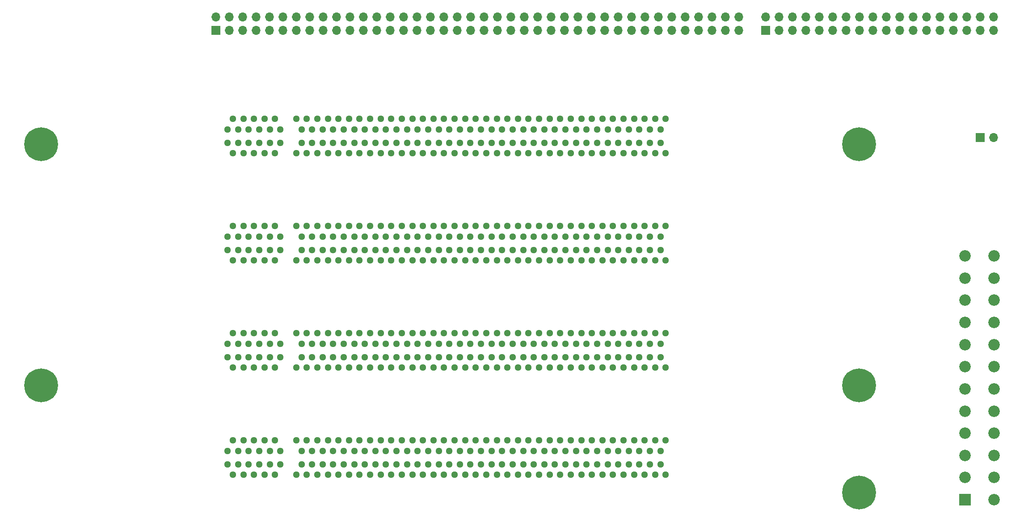
<source format=gbr>
%TF.GenerationSoftware,KiCad,Pcbnew,7.0.10+dfsg-1*%
%TF.CreationDate,2024-02-25T05:42:20-05:00*%
%TF.ProjectId,BB816-MATX-minimal,42423831-362d-44d4-9154-582d6d696e69,rev?*%
%TF.SameCoordinates,Original*%
%TF.FileFunction,Soldermask,Top*%
%TF.FilePolarity,Negative*%
%FSLAX46Y46*%
G04 Gerber Fmt 4.6, Leading zero omitted, Abs format (unit mm)*
G04 Created by KiCad (PCBNEW 7.0.10+dfsg-1) date 2024-02-25 05:42:20*
%MOMM*%
%LPD*%
G01*
G04 APERTURE LIST*
%ADD10R,2.175000X2.175000*%
%ADD11C,2.175000*%
%ADD12C,0.800000*%
%ADD13C,6.400000*%
%ADD14C,0.001000*%
%ADD15C,1.280000*%
%ADD16R,1.700000X1.700000*%
%ADD17O,1.700000X1.700000*%
G04 APERTURE END LIST*
D10*
%TO.C,J5*%
X223250000Y-254050000D03*
D11*
X228750000Y-254050000D03*
X223250000Y-249850000D03*
X228750000Y-249850000D03*
X223250000Y-245650000D03*
X228750000Y-245650000D03*
X223250000Y-241450000D03*
X228750000Y-241450000D03*
X223250000Y-237250000D03*
X228750000Y-237250000D03*
X223250000Y-233050000D03*
X228750000Y-233050000D03*
X223250000Y-228850000D03*
X228750000Y-228850000D03*
X223250000Y-224650000D03*
X228750000Y-224650000D03*
X223250000Y-220450000D03*
X228750000Y-220450000D03*
X223250000Y-216250000D03*
X228750000Y-216250000D03*
X223250000Y-212050000D03*
X228750000Y-212050000D03*
X223250000Y-207850000D03*
X228750000Y-207850000D03*
%TD*%
D12*
%TO.C,H1*%
X45860000Y-232410000D03*
X46562944Y-230712944D03*
X46562944Y-234107056D03*
X48260000Y-230010000D03*
D13*
X48260000Y-232410000D03*
D12*
X48260000Y-234810000D03*
X49957056Y-230712944D03*
X49957056Y-234107056D03*
X50660000Y-232410000D03*
%TD*%
%TO.C,H2*%
X45860000Y-186690000D03*
X46562944Y-184992944D03*
X46562944Y-188387056D03*
X48260000Y-184290000D03*
D13*
X48260000Y-186690000D03*
D12*
X48260000Y-189090000D03*
X49957056Y-184992944D03*
X49957056Y-188387056D03*
X50660000Y-186690000D03*
%TD*%
%TO.C,H4*%
X200800000Y-252730000D03*
X201502944Y-251032944D03*
X201502944Y-254427056D03*
X203200000Y-250330000D03*
D13*
X203200000Y-252730000D03*
D12*
X203200000Y-255130000D03*
X204897056Y-251032944D03*
X204897056Y-254427056D03*
X205600000Y-252730000D03*
%TD*%
%TO.C,H5*%
X200800000Y-232410000D03*
X201502944Y-230712944D03*
X201502944Y-234107056D03*
X203200000Y-230010000D03*
D13*
X203200000Y-232410000D03*
D12*
X203200000Y-234810000D03*
X204897056Y-230712944D03*
X204897056Y-234107056D03*
X205600000Y-232410000D03*
%TD*%
%TO.C,H6*%
X200800000Y-186690000D03*
X201502944Y-184992944D03*
X201502944Y-188387056D03*
X203200000Y-184290000D03*
D13*
X203200000Y-186690000D03*
D12*
X203200000Y-189090000D03*
X204897056Y-184992944D03*
X204897056Y-188387056D03*
X205600000Y-186690000D03*
%TD*%
D14*
%TO.C,J1*%
X95199200Y-185115200D03*
X168349200Y-185115200D03*
D15*
X83549200Y-183865200D03*
X84549200Y-181865200D03*
X85549200Y-183865200D03*
X86549200Y-181865200D03*
X87549200Y-183865200D03*
X88549200Y-181865200D03*
X89549200Y-183865200D03*
X90549200Y-181865200D03*
X91549200Y-183865200D03*
X92549200Y-181865200D03*
X93549200Y-183865200D03*
X96549200Y-181865200D03*
X97549200Y-183865200D03*
X98549200Y-181865200D03*
X99549200Y-183865200D03*
X100549200Y-181865200D03*
X101549200Y-183865200D03*
X102549200Y-181865200D03*
X103549200Y-183865200D03*
X104549200Y-181865200D03*
X105549200Y-183865200D03*
X106549200Y-181865200D03*
X107549200Y-183865200D03*
X108549200Y-181865200D03*
X109549200Y-183865200D03*
X110549200Y-181865200D03*
X111549200Y-183865200D03*
X112549200Y-181865200D03*
X113549200Y-183865200D03*
X114549200Y-181865200D03*
X115549200Y-183865200D03*
X116549200Y-181865200D03*
X117549200Y-183865200D03*
X118549200Y-181865200D03*
X119549200Y-183865200D03*
X120549200Y-181865200D03*
X121549200Y-183865200D03*
X122549200Y-181865200D03*
X123549200Y-183865200D03*
X124549200Y-181865200D03*
X125549200Y-183865200D03*
X126549200Y-181865200D03*
X127549200Y-183865200D03*
X128549200Y-181865200D03*
X129549200Y-183865200D03*
X130549200Y-181865200D03*
X131549200Y-183865200D03*
X132549200Y-181865200D03*
X133549200Y-183865200D03*
X134549200Y-181865200D03*
X135549200Y-183865200D03*
X136549200Y-181865200D03*
X137549200Y-183865200D03*
X138549200Y-181865200D03*
X139549200Y-183865200D03*
X140549200Y-181865200D03*
X141549200Y-183865200D03*
X142549200Y-181865200D03*
X143549200Y-183865200D03*
X144549200Y-181865200D03*
X145549200Y-183865200D03*
X146549200Y-181865200D03*
X147549200Y-183865200D03*
X148549200Y-181865200D03*
X149549200Y-183865200D03*
X150549200Y-181865200D03*
X151549200Y-183865200D03*
X152549200Y-181865200D03*
X153549200Y-183865200D03*
X154549200Y-181865200D03*
X155549200Y-183865200D03*
X156549200Y-181865200D03*
X157549200Y-183865200D03*
X158549200Y-181865200D03*
X159549200Y-183865200D03*
X160549200Y-181865200D03*
X161549200Y-183865200D03*
X162549200Y-181865200D03*
X163549200Y-183865200D03*
X164549200Y-181865200D03*
X165549200Y-183865200D03*
X166549200Y-181865200D03*
X83549200Y-186365200D03*
X84549200Y-188365200D03*
X85549200Y-186365200D03*
X86549200Y-188365200D03*
X87549200Y-186365200D03*
X88549200Y-188365200D03*
X89549200Y-186365200D03*
X90549200Y-188365200D03*
X91549200Y-186365200D03*
X92549200Y-188365200D03*
X93549200Y-186365200D03*
X96549200Y-188365200D03*
X97549200Y-186365200D03*
X98549200Y-188365200D03*
X99549200Y-186365200D03*
X100549200Y-188365200D03*
X101549200Y-186365200D03*
X102549200Y-188365200D03*
X103549200Y-186365200D03*
X104549200Y-188365200D03*
X105549200Y-186365200D03*
X106549200Y-188365200D03*
X107549200Y-186365200D03*
X108549200Y-188365200D03*
X109549200Y-186365200D03*
X110549200Y-188365200D03*
X111549200Y-186365200D03*
X112549200Y-188365200D03*
X113549200Y-186365200D03*
X114549200Y-188365200D03*
X115549200Y-186365200D03*
X116549200Y-188365200D03*
X117549200Y-186365200D03*
X118549200Y-188365200D03*
X119549200Y-186365200D03*
X120549200Y-188365200D03*
X121549200Y-186365200D03*
X122549200Y-188365200D03*
X123549200Y-186365200D03*
X124549200Y-188365200D03*
X125549200Y-186365200D03*
X126549200Y-188365200D03*
X127549200Y-186365200D03*
X128549200Y-188365200D03*
X129549200Y-186365200D03*
X130549200Y-188365200D03*
X131549200Y-186365200D03*
X132549200Y-188365200D03*
X133549200Y-186365200D03*
X134549200Y-188365200D03*
X135549200Y-186365200D03*
X136549200Y-188365200D03*
X137549200Y-186365200D03*
X138549200Y-188365200D03*
X139549200Y-186365200D03*
X140549200Y-188365200D03*
X141549200Y-186365200D03*
X142549200Y-188365200D03*
X143549200Y-186365200D03*
X144549200Y-188365200D03*
X145549200Y-186365200D03*
X146549200Y-188365200D03*
X147549200Y-186365200D03*
X148549200Y-188365200D03*
X149549200Y-186365200D03*
X150549200Y-188365200D03*
X151549200Y-186365200D03*
X152549200Y-188365200D03*
X153549200Y-186365200D03*
X154549200Y-188365200D03*
X155549200Y-186365200D03*
X156549200Y-188365200D03*
X157549200Y-186365200D03*
X158549200Y-188365200D03*
X159549200Y-186365200D03*
X160549200Y-188365200D03*
X161549200Y-186365200D03*
X162549200Y-188365200D03*
X163549200Y-186365200D03*
X164549200Y-188365200D03*
X165549200Y-186365200D03*
X166549200Y-188365200D03*
%TD*%
D14*
%TO.C,J2*%
X95199200Y-205435200D03*
X168349200Y-205435200D03*
D15*
X83549200Y-204185200D03*
X84549200Y-202185200D03*
X85549200Y-204185200D03*
X86549200Y-202185200D03*
X87549200Y-204185200D03*
X88549200Y-202185200D03*
X89549200Y-204185200D03*
X90549200Y-202185200D03*
X91549200Y-204185200D03*
X92549200Y-202185200D03*
X93549200Y-204185200D03*
X96549200Y-202185200D03*
X97549200Y-204185200D03*
X98549200Y-202185200D03*
X99549200Y-204185200D03*
X100549200Y-202185200D03*
X101549200Y-204185200D03*
X102549200Y-202185200D03*
X103549200Y-204185200D03*
X104549200Y-202185200D03*
X105549200Y-204185200D03*
X106549200Y-202185200D03*
X107549200Y-204185200D03*
X108549200Y-202185200D03*
X109549200Y-204185200D03*
X110549200Y-202185200D03*
X111549200Y-204185200D03*
X112549200Y-202185200D03*
X113549200Y-204185200D03*
X114549200Y-202185200D03*
X115549200Y-204185200D03*
X116549200Y-202185200D03*
X117549200Y-204185200D03*
X118549200Y-202185200D03*
X119549200Y-204185200D03*
X120549200Y-202185200D03*
X121549200Y-204185200D03*
X122549200Y-202185200D03*
X123549200Y-204185200D03*
X124549200Y-202185200D03*
X125549200Y-204185200D03*
X126549200Y-202185200D03*
X127549200Y-204185200D03*
X128549200Y-202185200D03*
X129549200Y-204185200D03*
X130549200Y-202185200D03*
X131549200Y-204185200D03*
X132549200Y-202185200D03*
X133549200Y-204185200D03*
X134549200Y-202185200D03*
X135549200Y-204185200D03*
X136549200Y-202185200D03*
X137549200Y-204185200D03*
X138549200Y-202185200D03*
X139549200Y-204185200D03*
X140549200Y-202185200D03*
X141549200Y-204185200D03*
X142549200Y-202185200D03*
X143549200Y-204185200D03*
X144549200Y-202185200D03*
X145549200Y-204185200D03*
X146549200Y-202185200D03*
X147549200Y-204185200D03*
X148549200Y-202185200D03*
X149549200Y-204185200D03*
X150549200Y-202185200D03*
X151549200Y-204185200D03*
X152549200Y-202185200D03*
X153549200Y-204185200D03*
X154549200Y-202185200D03*
X155549200Y-204185200D03*
X156549200Y-202185200D03*
X157549200Y-204185200D03*
X158549200Y-202185200D03*
X159549200Y-204185200D03*
X160549200Y-202185200D03*
X161549200Y-204185200D03*
X162549200Y-202185200D03*
X163549200Y-204185200D03*
X164549200Y-202185200D03*
X165549200Y-204185200D03*
X166549200Y-202185200D03*
X83549200Y-206685200D03*
X84549200Y-208685200D03*
X85549200Y-206685200D03*
X86549200Y-208685200D03*
X87549200Y-206685200D03*
X88549200Y-208685200D03*
X89549200Y-206685200D03*
X90549200Y-208685200D03*
X91549200Y-206685200D03*
X92549200Y-208685200D03*
X93549200Y-206685200D03*
X96549200Y-208685200D03*
X97549200Y-206685200D03*
X98549200Y-208685200D03*
X99549200Y-206685200D03*
X100549200Y-208685200D03*
X101549200Y-206685200D03*
X102549200Y-208685200D03*
X103549200Y-206685200D03*
X104549200Y-208685200D03*
X105549200Y-206685200D03*
X106549200Y-208685200D03*
X107549200Y-206685200D03*
X108549200Y-208685200D03*
X109549200Y-206685200D03*
X110549200Y-208685200D03*
X111549200Y-206685200D03*
X112549200Y-208685200D03*
X113549200Y-206685200D03*
X114549200Y-208685200D03*
X115549200Y-206685200D03*
X116549200Y-208685200D03*
X117549200Y-206685200D03*
X118549200Y-208685200D03*
X119549200Y-206685200D03*
X120549200Y-208685200D03*
X121549200Y-206685200D03*
X122549200Y-208685200D03*
X123549200Y-206685200D03*
X124549200Y-208685200D03*
X125549200Y-206685200D03*
X126549200Y-208685200D03*
X127549200Y-206685200D03*
X128549200Y-208685200D03*
X129549200Y-206685200D03*
X130549200Y-208685200D03*
X131549200Y-206685200D03*
X132549200Y-208685200D03*
X133549200Y-206685200D03*
X134549200Y-208685200D03*
X135549200Y-206685200D03*
X136549200Y-208685200D03*
X137549200Y-206685200D03*
X138549200Y-208685200D03*
X139549200Y-206685200D03*
X140549200Y-208685200D03*
X141549200Y-206685200D03*
X142549200Y-208685200D03*
X143549200Y-206685200D03*
X144549200Y-208685200D03*
X145549200Y-206685200D03*
X146549200Y-208685200D03*
X147549200Y-206685200D03*
X148549200Y-208685200D03*
X149549200Y-206685200D03*
X150549200Y-208685200D03*
X151549200Y-206685200D03*
X152549200Y-208685200D03*
X153549200Y-206685200D03*
X154549200Y-208685200D03*
X155549200Y-206685200D03*
X156549200Y-208685200D03*
X157549200Y-206685200D03*
X158549200Y-208685200D03*
X159549200Y-206685200D03*
X160549200Y-208685200D03*
X161549200Y-206685200D03*
X162549200Y-208685200D03*
X163549200Y-206685200D03*
X164549200Y-208685200D03*
X165549200Y-206685200D03*
X166549200Y-208685200D03*
%TD*%
D14*
%TO.C,J4*%
X95199200Y-246075200D03*
X168349200Y-246075200D03*
D15*
X83549200Y-244825200D03*
X84549200Y-242825200D03*
X85549200Y-244825200D03*
X86549200Y-242825200D03*
X87549200Y-244825200D03*
X88549200Y-242825200D03*
X89549200Y-244825200D03*
X90549200Y-242825200D03*
X91549200Y-244825200D03*
X92549200Y-242825200D03*
X93549200Y-244825200D03*
X96549200Y-242825200D03*
X97549200Y-244825200D03*
X98549200Y-242825200D03*
X99549200Y-244825200D03*
X100549200Y-242825200D03*
X101549200Y-244825200D03*
X102549200Y-242825200D03*
X103549200Y-244825200D03*
X104549200Y-242825200D03*
X105549200Y-244825200D03*
X106549200Y-242825200D03*
X107549200Y-244825200D03*
X108549200Y-242825200D03*
X109549200Y-244825200D03*
X110549200Y-242825200D03*
X111549200Y-244825200D03*
X112549200Y-242825200D03*
X113549200Y-244825200D03*
X114549200Y-242825200D03*
X115549200Y-244825200D03*
X116549200Y-242825200D03*
X117549200Y-244825200D03*
X118549200Y-242825200D03*
X119549200Y-244825200D03*
X120549200Y-242825200D03*
X121549200Y-244825200D03*
X122549200Y-242825200D03*
X123549200Y-244825200D03*
X124549200Y-242825200D03*
X125549200Y-244825200D03*
X126549200Y-242825200D03*
X127549200Y-244825200D03*
X128549200Y-242825200D03*
X129549200Y-244825200D03*
X130549200Y-242825200D03*
X131549200Y-244825200D03*
X132549200Y-242825200D03*
X133549200Y-244825200D03*
X134549200Y-242825200D03*
X135549200Y-244825200D03*
X136549200Y-242825200D03*
X137549200Y-244825200D03*
X138549200Y-242825200D03*
X139549200Y-244825200D03*
X140549200Y-242825200D03*
X141549200Y-244825200D03*
X142549200Y-242825200D03*
X143549200Y-244825200D03*
X144549200Y-242825200D03*
X145549200Y-244825200D03*
X146549200Y-242825200D03*
X147549200Y-244825200D03*
X148549200Y-242825200D03*
X149549200Y-244825200D03*
X150549200Y-242825200D03*
X151549200Y-244825200D03*
X152549200Y-242825200D03*
X153549200Y-244825200D03*
X154549200Y-242825200D03*
X155549200Y-244825200D03*
X156549200Y-242825200D03*
X157549200Y-244825200D03*
X158549200Y-242825200D03*
X159549200Y-244825200D03*
X160549200Y-242825200D03*
X161549200Y-244825200D03*
X162549200Y-242825200D03*
X163549200Y-244825200D03*
X164549200Y-242825200D03*
X165549200Y-244825200D03*
X166549200Y-242825200D03*
X83549200Y-247325200D03*
X84549200Y-249325200D03*
X85549200Y-247325200D03*
X86549200Y-249325200D03*
X87549200Y-247325200D03*
X88549200Y-249325200D03*
X89549200Y-247325200D03*
X90549200Y-249325200D03*
X91549200Y-247325200D03*
X92549200Y-249325200D03*
X93549200Y-247325200D03*
X96549200Y-249325200D03*
X97549200Y-247325200D03*
X98549200Y-249325200D03*
X99549200Y-247325200D03*
X100549200Y-249325200D03*
X101549200Y-247325200D03*
X102549200Y-249325200D03*
X103549200Y-247325200D03*
X104549200Y-249325200D03*
X105549200Y-247325200D03*
X106549200Y-249325200D03*
X107549200Y-247325200D03*
X108549200Y-249325200D03*
X109549200Y-247325200D03*
X110549200Y-249325200D03*
X111549200Y-247325200D03*
X112549200Y-249325200D03*
X113549200Y-247325200D03*
X114549200Y-249325200D03*
X115549200Y-247325200D03*
X116549200Y-249325200D03*
X117549200Y-247325200D03*
X118549200Y-249325200D03*
X119549200Y-247325200D03*
X120549200Y-249325200D03*
X121549200Y-247325200D03*
X122549200Y-249325200D03*
X123549200Y-247325200D03*
X124549200Y-249325200D03*
X125549200Y-247325200D03*
X126549200Y-249325200D03*
X127549200Y-247325200D03*
X128549200Y-249325200D03*
X129549200Y-247325200D03*
X130549200Y-249325200D03*
X131549200Y-247325200D03*
X132549200Y-249325200D03*
X133549200Y-247325200D03*
X134549200Y-249325200D03*
X135549200Y-247325200D03*
X136549200Y-249325200D03*
X137549200Y-247325200D03*
X138549200Y-249325200D03*
X139549200Y-247325200D03*
X140549200Y-249325200D03*
X141549200Y-247325200D03*
X142549200Y-249325200D03*
X143549200Y-247325200D03*
X144549200Y-249325200D03*
X145549200Y-247325200D03*
X146549200Y-249325200D03*
X147549200Y-247325200D03*
X148549200Y-249325200D03*
X149549200Y-247325200D03*
X150549200Y-249325200D03*
X151549200Y-247325200D03*
X152549200Y-249325200D03*
X153549200Y-247325200D03*
X154549200Y-249325200D03*
X155549200Y-247325200D03*
X156549200Y-249325200D03*
X157549200Y-247325200D03*
X158549200Y-249325200D03*
X159549200Y-247325200D03*
X160549200Y-249325200D03*
X161549200Y-247325200D03*
X162549200Y-249325200D03*
X163549200Y-247325200D03*
X164549200Y-249325200D03*
X165549200Y-247325200D03*
X166549200Y-249325200D03*
%TD*%
D16*
%TO.C,J7*%
X226120000Y-185380000D03*
D17*
X228660000Y-185380000D03*
%TD*%
D14*
%TO.C,J3*%
X95199200Y-225755200D03*
X168349200Y-225755200D03*
D15*
X83549200Y-224505200D03*
X84549200Y-222505200D03*
X85549200Y-224505200D03*
X86549200Y-222505200D03*
X87549200Y-224505200D03*
X88549200Y-222505200D03*
X89549200Y-224505200D03*
X90549200Y-222505200D03*
X91549200Y-224505200D03*
X92549200Y-222505200D03*
X93549200Y-224505200D03*
X96549200Y-222505200D03*
X97549200Y-224505200D03*
X98549200Y-222505200D03*
X99549200Y-224505200D03*
X100549200Y-222505200D03*
X101549200Y-224505200D03*
X102549200Y-222505200D03*
X103549200Y-224505200D03*
X104549200Y-222505200D03*
X105549200Y-224505200D03*
X106549200Y-222505200D03*
X107549200Y-224505200D03*
X108549200Y-222505200D03*
X109549200Y-224505200D03*
X110549200Y-222505200D03*
X111549200Y-224505200D03*
X112549200Y-222505200D03*
X113549200Y-224505200D03*
X114549200Y-222505200D03*
X115549200Y-224505200D03*
X116549200Y-222505200D03*
X117549200Y-224505200D03*
X118549200Y-222505200D03*
X119549200Y-224505200D03*
X120549200Y-222505200D03*
X121549200Y-224505200D03*
X122549200Y-222505200D03*
X123549200Y-224505200D03*
X124549200Y-222505200D03*
X125549200Y-224505200D03*
X126549200Y-222505200D03*
X127549200Y-224505200D03*
X128549200Y-222505200D03*
X129549200Y-224505200D03*
X130549200Y-222505200D03*
X131549200Y-224505200D03*
X132549200Y-222505200D03*
X133549200Y-224505200D03*
X134549200Y-222505200D03*
X135549200Y-224505200D03*
X136549200Y-222505200D03*
X137549200Y-224505200D03*
X138549200Y-222505200D03*
X139549200Y-224505200D03*
X140549200Y-222505200D03*
X141549200Y-224505200D03*
X142549200Y-222505200D03*
X143549200Y-224505200D03*
X144549200Y-222505200D03*
X145549200Y-224505200D03*
X146549200Y-222505200D03*
X147549200Y-224505200D03*
X148549200Y-222505200D03*
X149549200Y-224505200D03*
X150549200Y-222505200D03*
X151549200Y-224505200D03*
X152549200Y-222505200D03*
X153549200Y-224505200D03*
X154549200Y-222505200D03*
X155549200Y-224505200D03*
X156549200Y-222505200D03*
X157549200Y-224505200D03*
X158549200Y-222505200D03*
X159549200Y-224505200D03*
X160549200Y-222505200D03*
X161549200Y-224505200D03*
X162549200Y-222505200D03*
X163549200Y-224505200D03*
X164549200Y-222505200D03*
X165549200Y-224505200D03*
X166549200Y-222505200D03*
X83549200Y-227005200D03*
X84549200Y-229005200D03*
X85549200Y-227005200D03*
X86549200Y-229005200D03*
X87549200Y-227005200D03*
X88549200Y-229005200D03*
X89549200Y-227005200D03*
X90549200Y-229005200D03*
X91549200Y-227005200D03*
X92549200Y-229005200D03*
X93549200Y-227005200D03*
X96549200Y-229005200D03*
X97549200Y-227005200D03*
X98549200Y-229005200D03*
X99549200Y-227005200D03*
X100549200Y-229005200D03*
X101549200Y-227005200D03*
X102549200Y-229005200D03*
X103549200Y-227005200D03*
X104549200Y-229005200D03*
X105549200Y-227005200D03*
X106549200Y-229005200D03*
X107549200Y-227005200D03*
X108549200Y-229005200D03*
X109549200Y-227005200D03*
X110549200Y-229005200D03*
X111549200Y-227005200D03*
X112549200Y-229005200D03*
X113549200Y-227005200D03*
X114549200Y-229005200D03*
X115549200Y-227005200D03*
X116549200Y-229005200D03*
X117549200Y-227005200D03*
X118549200Y-229005200D03*
X119549200Y-227005200D03*
X120549200Y-229005200D03*
X121549200Y-227005200D03*
X122549200Y-229005200D03*
X123549200Y-227005200D03*
X124549200Y-229005200D03*
X125549200Y-227005200D03*
X126549200Y-229005200D03*
X127549200Y-227005200D03*
X128549200Y-229005200D03*
X129549200Y-227005200D03*
X130549200Y-229005200D03*
X131549200Y-227005200D03*
X132549200Y-229005200D03*
X133549200Y-227005200D03*
X134549200Y-229005200D03*
X135549200Y-227005200D03*
X136549200Y-229005200D03*
X137549200Y-227005200D03*
X138549200Y-229005200D03*
X139549200Y-227005200D03*
X140549200Y-229005200D03*
X141549200Y-227005200D03*
X142549200Y-229005200D03*
X143549200Y-227005200D03*
X144549200Y-229005200D03*
X145549200Y-227005200D03*
X146549200Y-229005200D03*
X147549200Y-227005200D03*
X148549200Y-229005200D03*
X149549200Y-227005200D03*
X150549200Y-229005200D03*
X151549200Y-227005200D03*
X152549200Y-229005200D03*
X153549200Y-227005200D03*
X154549200Y-229005200D03*
X155549200Y-227005200D03*
X156549200Y-229005200D03*
X157549200Y-227005200D03*
X158549200Y-229005200D03*
X159549200Y-227005200D03*
X160549200Y-229005200D03*
X161549200Y-227005200D03*
X162549200Y-229005200D03*
X163549200Y-227005200D03*
X164549200Y-229005200D03*
X165549200Y-227005200D03*
X166549200Y-229005200D03*
%TD*%
D17*
%TO.C,J8*%
X228660000Y-162520000D03*
X228660000Y-165060000D03*
X226120000Y-162520000D03*
X226120000Y-165060000D03*
X223580000Y-162520000D03*
X223580000Y-165060000D03*
X221040000Y-162520000D03*
X221040000Y-165060000D03*
X218500000Y-162520000D03*
X218500000Y-165060000D03*
X215960000Y-162520000D03*
X215960000Y-165060000D03*
X213420000Y-162520000D03*
X213420000Y-165060000D03*
X210880000Y-162520000D03*
X210880000Y-165060000D03*
X208340000Y-162520000D03*
X208340000Y-165060000D03*
X205800000Y-162520000D03*
X205800000Y-165060000D03*
X203260000Y-162520000D03*
X203260000Y-165060000D03*
X200720000Y-162520000D03*
X200720000Y-165060000D03*
X198180000Y-162520000D03*
X198180000Y-165060000D03*
X195640000Y-162520000D03*
X195640000Y-165060000D03*
X193100000Y-162520000D03*
X193100000Y-165060000D03*
X190560000Y-162520000D03*
X190560000Y-165060000D03*
X188020000Y-162520000D03*
X188020000Y-165060000D03*
X185480000Y-162520000D03*
D16*
X185480000Y-165060000D03*
%TD*%
%TO.C,J6*%
X81340000Y-165060000D03*
D17*
X81340000Y-162520000D03*
X83880000Y-165060000D03*
X83880000Y-162520000D03*
X86420000Y-165060000D03*
X86420000Y-162520000D03*
X88960000Y-165060000D03*
X88960000Y-162520000D03*
X91500000Y-165060000D03*
X91500000Y-162520000D03*
X94040000Y-165060000D03*
X94040000Y-162520000D03*
X96580000Y-165060000D03*
X96580000Y-162520000D03*
X99120000Y-165060000D03*
X99120000Y-162520000D03*
X101660000Y-165060000D03*
X101660000Y-162520000D03*
X104200000Y-165060000D03*
X104200000Y-162520000D03*
X106740000Y-165060000D03*
X106740000Y-162520000D03*
X109280000Y-165060000D03*
X109280000Y-162520000D03*
X111820000Y-165060000D03*
X111820000Y-162520000D03*
X114360000Y-165060000D03*
X114360000Y-162520000D03*
X116900000Y-165060000D03*
X116900000Y-162520000D03*
X119440000Y-165060000D03*
X119440000Y-162520000D03*
X121980000Y-165060000D03*
X121980000Y-162520000D03*
X124520000Y-165060000D03*
X124520000Y-162520000D03*
X127060000Y-165060000D03*
X127060000Y-162520000D03*
X129600000Y-165060000D03*
X129600000Y-162520000D03*
X132140000Y-165060000D03*
X132140000Y-162520000D03*
X134680000Y-165060000D03*
X134680000Y-162520000D03*
X137220000Y-165060000D03*
X137220000Y-162520000D03*
X139760000Y-165060000D03*
X139760000Y-162520000D03*
X142300000Y-165060000D03*
X142300000Y-162520000D03*
X144840000Y-165060000D03*
X144840000Y-162520000D03*
X147380000Y-165060000D03*
X147380000Y-162520000D03*
X149920000Y-165060000D03*
X149920000Y-162520000D03*
X152460000Y-165060000D03*
X152460000Y-162520000D03*
X155000000Y-165060000D03*
X155000000Y-162520000D03*
X157540000Y-165060000D03*
X157540000Y-162520000D03*
X160080000Y-165060000D03*
X160080000Y-162520000D03*
X162620000Y-165060000D03*
X162620000Y-162520000D03*
X165160000Y-165060000D03*
X165160000Y-162520000D03*
X167700000Y-165060000D03*
X167700000Y-162520000D03*
X170240000Y-165060000D03*
X170240000Y-162520000D03*
X172780000Y-165060000D03*
X172780000Y-162520000D03*
X175320000Y-165060000D03*
X175320000Y-162520000D03*
X177860000Y-165060000D03*
X177860000Y-162520000D03*
X180400000Y-165060000D03*
X180400000Y-162520000D03*
%TD*%
M02*

</source>
